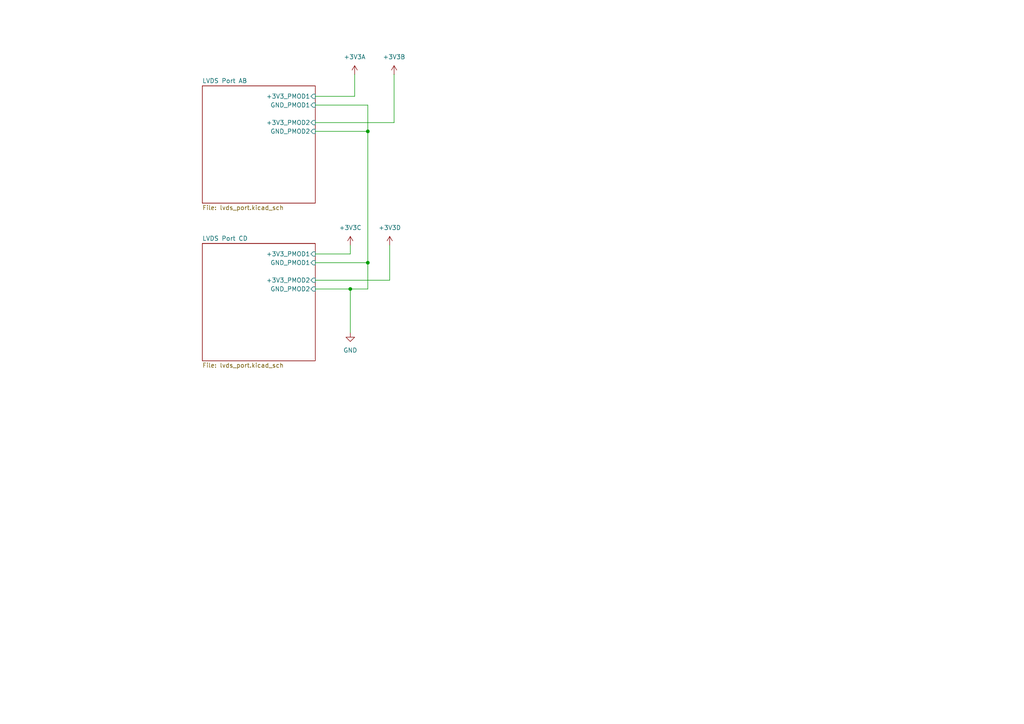
<source format=kicad_sch>
(kicad_sch (version 20250114) (generator "eeschema") (generator_version "9.0")
  (paper "A4")
  (lib_symbols
    (symbol "power:+3V3" (power) (pin_numbers (hide yes)) (pin_names (offset 0) (hide yes))
      (property "Value" "+3V3" (at 0 3.556 0))
      (symbol "+3V3_0_1"
        (polyline (pts (xy -0.762 1.27) (xy 0 2.54)))
        (polyline (pts (xy 0 2.54) (xy 0.762 1.27)))
        (polyline (pts (xy 0 0) (xy 0 2.54)))
      )
      (symbol "+3V3_1_1"
        (pin power_in line (at 0 0 90) (length 0) (name "~") (number "1"))
      )
    )
    (symbol "power:GND" (power) (pin_numbers (hide yes)) (pin_names (offset 0) (hide yes))
      (property "Value" "GND" (at 0 -3.81 0))
      (symbol "GND_0_1"
        (polyline (pts (xy 0 0) (xy 0 -1.27) (xy 1.27 -1.27) (xy 0 -2.54) (xy -1.27 -1.27) (xy 0 -1.27)))
      )
      (symbol "GND_1_1"
        (pin power_in line (at 0 0 270) (length 0) (name "~") (number "1"))
      )
    )
  )
  (junction (at 106.68 38.1))
  (junction (at 101.6 83.82))
  (junction (at 106.68 76.2))
  (wire (pts (xy 102.87 27.94) (xy 91.44 27.94)))
  (wire (pts (xy 106.68 38.1) (xy 106.68 76.2)))
  (wire (pts (xy 113.03 71.12) (xy 113.03 81.28)))
  (wire (pts (xy 91.44 83.82) (xy 101.6 83.82)))
  (wire (pts (xy 114.3 35.56) (xy 114.3 21.59)))
  (wire (pts (xy 106.68 76.2) (xy 106.68 83.82)))
  (wire (pts (xy 102.87 21.59) (xy 102.87 27.94)))
  (wire (pts (xy 91.44 38.1) (xy 106.68 38.1)))
  (wire (pts (xy 91.44 76.2) (xy 106.68 76.2)))
  (wire (pts (xy 101.6 73.66) (xy 101.6 71.12)))
  (wire (pts (xy 91.44 73.66) (xy 101.6 73.66)))
  (wire (pts (xy 106.68 83.82) (xy 101.6 83.82)))
  (wire (pts (xy 91.44 30.48) (xy 106.68 30.48)))
  (wire (pts (xy 106.68 30.48) (xy 106.68 38.1)))
  (wire (pts (xy 101.6 83.82) (xy 101.6 96.52)))
  (wire (pts (xy 113.03 81.28) (xy 91.44 81.28)))
  (wire (pts (xy 91.44 35.56) (xy 114.3 35.56)))
  (symbol (lib_id "power:+3V3") (at 114.3 21.59 0) (unit 1)
    (property "Reference" "#PWR05" (effects (hide yes)))
    (property "Value" "+3V3B" (at 114.3 16.51 0))
    (property "Description" "Power symbol creates a global label with name \"+3V3\"" (effects (hide yes)))
  )
  (symbol (lib_id "power:+3V3") (at 101.6 71.12 0) (unit 1)
    (property "Reference" "#PWR01" (effects (hide yes)))
    (property "Value" "+3V3C" (at 101.6 66.04 0))
    (property "Description" "Power symbol creates a global label with name \"+3V3\"" (effects (hide yes)))
  )
  (symbol (lib_id "power:+3V3") (at 102.87 21.59 0) (unit 1)
    (property "Reference" "#PWR03" (effects (hide yes)))
    (property "Value" "+3V3A" (at 102.87 16.51 0))
    (property "Description" "Power symbol creates a global label with name \"+3V3\"" (effects (hide yes)))
  )
  (symbol (lib_id "power:GND") (at 101.6 96.52 0) (unit 1)
    (property "Reference" "#PWR02" (effects (hide yes)))
    (property "Value" "GND" (at 101.6 101.6 0))
    (property "Description" "Power symbol creates a global label with name \"GND\" , ground" (effects (hide yes)))
  )
  (symbol (lib_id "power:+3V3") (at 113.03 71.12 0) (unit 1)
    (property "Reference" "#PWR04" (effects (hide yes)))
    (property "Value" "+3V3D" (at 113.03 66.04 0))
    (property "Description" "Power symbol creates a global label with name \"+3V3\"" (effects (hide yes)))
  )
  (sheet (at 58.674 70.612) (size 32.766 34.036) (stroke (width 0.1524))
    (property "Sheetname" "LVDS Port CD" (at 58.674 69.9004 0) (effects (justify left bottom)))
    (property "Sheetfile" "lvds_port.kicad_sch" (at 58.674 105.2326 0) (effects (justify left top)))
    (pin "+3V3_PMOD1" input (at 91.44 73.66 0))
    (pin "GND_PMOD1" input (at 91.44 76.2 0))
    (pin "GND_PMOD2" input (at 91.44 83.82 0))
    (pin "+3V3_PMOD2" input (at 91.44 81.28 0))
  )
  (sheet (at 58.674 24.892) (size 32.766 34.036) (stroke (width 0.1524))
    (property "Sheetname" "LVDS Port AB" (at 58.674 24.1804 0) (effects (justify left bottom)))
    (property "Sheetfile" "lvds_port.kicad_sch" (at 58.674 59.5126 0) (effects (justify left top)))
    (pin "+3V3_PMOD1" input (at 91.44 27.94 0))
    (pin "GND_PMOD1" input (at 91.44 30.48 0))
    (pin "GND_PMOD2" input (at 91.44 38.1 0))
    (pin "+3V3_PMOD2" input (at 91.44 35.56 0))
  )
)
</source>
